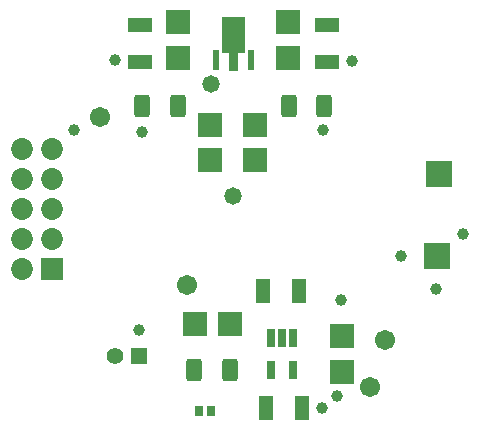
<source format=gts>
G04*
G04 #@! TF.GenerationSoftware,Altium Limited,Altium Designer,23.4.1 (23)*
G04*
G04 Layer_Color=8388736*
%FSLAX44Y44*%
%MOMM*%
G71*
G04*
G04 #@! TF.SameCoordinates,578947FD-33E4-429F-A021-2FF82048D882*
G04*
G04*
G04 #@! TF.FilePolarity,Negative*
G04*
G01*
G75*
%ADD19R,0.5800X1.7300*%
%ADD20C,1.7397*%
%ADD26R,2.0432X2.0032*%
G04:AMPARAMS|DCode=27|XSize=1.3032mm|YSize=1.9332mm|CornerRadius=0.2116mm|HoleSize=0mm|Usage=FLASHONLY|Rotation=180.000|XOffset=0mm|YOffset=0mm|HoleType=Round|Shape=RoundedRectangle|*
%AMROUNDEDRECTD27*
21,1,1.3032,1.5100,0,0,180.0*
21,1,0.8800,1.9332,0,0,180.0*
1,1,0.4232,-0.4400,0.7550*
1,1,0.4232,0.4400,0.7550*
1,1,0.4232,0.4400,-0.7550*
1,1,0.4232,-0.4400,-0.7550*
%
%ADD27ROUNDEDRECTD27*%
%ADD28R,2.0032X1.2032*%
%ADD29R,0.8032X0.9032*%
%ADD30R,2.0032X2.0432*%
%ADD31R,0.7620X1.5240*%
%ADD32R,1.2032X2.0032*%
%ADD33R,2.2032X2.2032*%
%ADD34C,1.7032*%
%ADD35R,1.4032X1.4032*%
%ADD36C,1.4032*%
%ADD37C,1.8532*%
%ADD38R,1.8532X1.8532*%
%ADD39C,1.0032*%
%ADD40C,1.4732*%
G36*
X226828Y333633D02*
X220963D01*
Y318633D01*
X213363D01*
Y333633D01*
X207498D01*
Y363933D01*
X226828D01*
Y333633D01*
D02*
G37*
D19*
X202163Y327283D02*
D03*
X232163D02*
D03*
D20*
X217163Y345093D02*
D03*
D26*
X197322Y272644D02*
D03*
Y242644D02*
D03*
X235272D02*
D03*
Y272644D02*
D03*
X263556Y329508D02*
D03*
Y359508D02*
D03*
X170753Y329508D02*
D03*
Y359508D02*
D03*
X309491Y63740D02*
D03*
Y93740D02*
D03*
D27*
X264112Y288290D02*
D03*
X294312D02*
D03*
X170494Y288290D02*
D03*
X140294D02*
D03*
X184290Y64770D02*
D03*
X214490D02*
D03*
D28*
X296646Y326258D02*
D03*
Y357258D02*
D03*
X138063Y326258D02*
D03*
Y357258D02*
D03*
D29*
X188040Y30480D02*
D03*
X198040D02*
D03*
D30*
X184390Y104140D02*
D03*
X214390D02*
D03*
D31*
X268089Y65024D02*
D03*
X249293D02*
D03*
Y92456D02*
D03*
X258691D02*
D03*
X268089D02*
D03*
D32*
X241921Y132080D02*
D03*
X272921D02*
D03*
X244461Y33020D02*
D03*
X275461D02*
D03*
D33*
X391160Y231140D02*
D03*
X389890Y161290D02*
D03*
D34*
X345440Y90703D02*
D03*
X104140Y279400D02*
D03*
X177800Y137160D02*
D03*
X332740Y50800D02*
D03*
D35*
X137000Y77100D02*
D03*
D36*
X117000D02*
D03*
D37*
X38620Y175820D02*
D03*
X64020D02*
D03*
X38620Y150420D02*
D03*
X64020Y201220D02*
D03*
X38620D02*
D03*
X64020Y226620D02*
D03*
Y252020D02*
D03*
X38620Y226620D02*
D03*
Y252020D02*
D03*
D38*
X64020Y150420D02*
D03*
D39*
X411480Y180340D02*
D03*
X388620Y133350D02*
D03*
X359410Y161290D02*
D03*
X293370Y267970D02*
D03*
X317500Y326390D02*
D03*
X116840Y327660D02*
D03*
X139700Y266700D02*
D03*
X82550Y267970D02*
D03*
X137160Y99060D02*
D03*
X308610Y124460D02*
D03*
X304800Y43180D02*
D03*
X292100Y33020D02*
D03*
D40*
X198120Y307340D02*
D03*
X217163Y212800D02*
D03*
M02*

</source>
